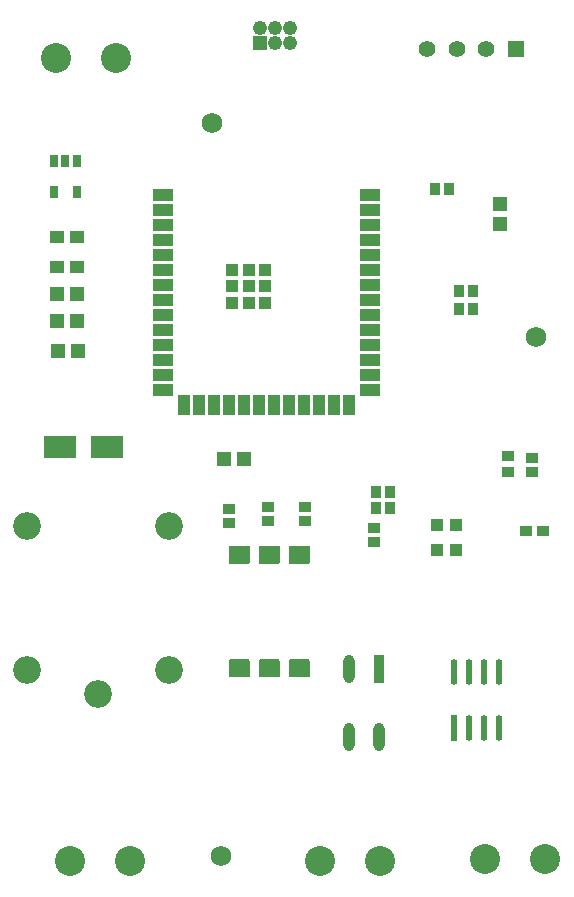
<source format=gts>
G04*
G04 #@! TF.GenerationSoftware,Altium Limited,Altium Designer,24.4.1 (13)*
G04*
G04 Layer_Color=8388736*
%FSLAX44Y44*%
%MOMM*%
G71*
G04*
G04 #@! TF.SameCoordinates,F71D25A8-AE48-4460-AF49-DCF2FFE79A6F*
G04*
G04*
G04 #@! TF.FilePolarity,Negative*
G04*
G01*
G75*
%ADD26R,1.0065X0.9582*%
G04:AMPARAMS|DCode=27|XSize=2.1741mm|YSize=0.5821mm|CornerRadius=0.2911mm|HoleSize=0mm|Usage=FLASHONLY|Rotation=90.000|XOffset=0mm|YOffset=0mm|HoleType=Round|Shape=RoundedRectangle|*
%AMROUNDEDRECTD27*
21,1,2.1741,0.0000,0,0,90.0*
21,1,1.5919,0.5821,0,0,90.0*
1,1,0.5821,0.0000,0.7960*
1,1,0.5821,0.0000,-0.7960*
1,1,0.5821,0.0000,-0.7960*
1,1,0.5821,0.0000,0.7960*
%
%ADD27ROUNDEDRECTD27*%
%ADD28R,0.5821X2.1741*%
G04:AMPARAMS|DCode=29|XSize=2.4033mm|YSize=0.9461mm|CornerRadius=0.473mm|HoleSize=0mm|Usage=FLASHONLY|Rotation=270.000|XOffset=0mm|YOffset=0mm|HoleType=Round|Shape=RoundedRectangle|*
%AMROUNDEDRECTD29*
21,1,2.4033,0.0000,0,0,270.0*
21,1,1.4572,0.9461,0,0,270.0*
1,1,0.9461,0.0000,-0.7286*
1,1,0.9461,0.0000,0.7286*
1,1,0.9461,0.0000,0.7286*
1,1,0.9461,0.0000,-0.7286*
%
%ADD29ROUNDEDRECTD29*%
%ADD30R,0.9461X2.4033*%
%ADD31C,1.3680*%
G04:AMPARAMS|DCode=33|XSize=1.1mm|YSize=0.6mm|CornerRadius=0.051mm|HoleSize=0mm|Usage=FLASHONLY|Rotation=270.000|XOffset=0mm|YOffset=0mm|HoleType=Round|Shape=RoundedRectangle|*
%AMROUNDEDRECTD33*
21,1,1.1000,0.4980,0,0,270.0*
21,1,0.9980,0.6000,0,0,270.0*
1,1,0.1020,-0.2490,-0.4990*
1,1,0.1020,-0.2490,0.4990*
1,1,0.1020,0.2490,0.4990*
1,1,0.1020,0.2490,-0.4990*
%
%ADD33ROUNDEDRECTD33*%
%ADD34R,1.2065X1.0582*%
%ADD35R,1.0532X0.9032*%
%ADD36R,1.3032X1.2032*%
%ADD37R,1.1032X1.1032*%
%ADD38R,1.7032X1.1032*%
%ADD39R,1.1032X1.7032*%
%ADD40R,1.0532X1.0532*%
%ADD41R,1.1032X0.9032*%
%ADD42R,0.9032X1.0532*%
%ADD43R,1.2032X1.3032*%
%ADD44R,2.7032X1.9032*%
%ADD45C,1.7272*%
%ADD46C,2.5400*%
%ADD47R,1.4000X1.4000*%
%ADD48C,1.4000*%
%ADD49C,1.2192*%
%ADD50R,1.2192X1.2192*%
%ADD51C,2.3400*%
G36*
X214826Y232669D02*
X215529Y231966D01*
X215910Y231047D01*
Y230550D01*
Y217850D01*
X198110D01*
Y230550D01*
Y231047D01*
X198491Y231966D01*
X199194Y232669D01*
X200113Y233050D01*
X213907D01*
X214826Y232669D01*
D02*
G37*
G36*
X240226D02*
X240929Y231966D01*
X241310Y231047D01*
Y230550D01*
Y217850D01*
X223510D01*
Y230550D01*
Y231047D01*
X223891Y231966D01*
X224594Y232669D01*
X225513Y233050D01*
X239307D01*
X240226Y232669D01*
D02*
G37*
G36*
X265626D02*
X266329Y231966D01*
X266710Y231047D01*
Y230550D01*
Y217850D01*
X248910D01*
Y230550D01*
Y231047D01*
X249291Y231966D01*
X249994Y232669D01*
X250913Y233050D01*
X264707D01*
X265626Y232669D01*
D02*
G37*
G36*
X215910Y315550D02*
Y315053D01*
X215529Y314134D01*
X214826Y313431D01*
X213907Y313050D01*
X200113D01*
X199194Y313431D01*
X198491Y314134D01*
X198110Y315053D01*
Y315550D01*
Y328250D01*
X215910D01*
Y315550D01*
D02*
G37*
G36*
X241310D02*
Y315053D01*
X240929Y314134D01*
X240226Y313431D01*
X239307Y313050D01*
X225513D01*
X224594Y313431D01*
X223891Y314134D01*
X223510Y315053D01*
Y315550D01*
Y328250D01*
X241310D01*
Y315550D01*
D02*
G37*
G36*
X266710D02*
Y315053D01*
X266329Y314134D01*
X265626Y313431D01*
X264707Y313050D01*
X250913D01*
X249994Y313431D01*
X249291Y314134D01*
X248910Y315053D01*
Y315550D01*
Y328250D01*
X266710D01*
Y315550D01*
D02*
G37*
D26*
X464458Y341630D02*
D03*
X449941D02*
D03*
D27*
X388620Y221781D02*
D03*
X401320D02*
D03*
X414020D02*
D03*
X426720D02*
D03*
Y174459D02*
D03*
X414020D02*
D03*
X401320D02*
D03*
D28*
X388620D02*
D03*
D29*
X325120Y167076D02*
D03*
X299720D02*
D03*
Y224084D02*
D03*
D30*
X325120D02*
D03*
D31*
X207010Y320650D02*
D03*
X232410D02*
D03*
X257810D02*
D03*
Y225450D02*
D03*
X232410D02*
D03*
X207010D02*
D03*
D33*
X69190Y628350D02*
D03*
X50190D02*
D03*
Y654350D02*
D03*
X59690D02*
D03*
X69190D02*
D03*
D34*
X52702Y590550D02*
D03*
X69219D02*
D03*
X52702Y565150D02*
D03*
X69219D02*
D03*
D35*
X262890Y349600D02*
D03*
Y361600D02*
D03*
X454660Y403510D02*
D03*
Y391510D02*
D03*
X321310Y343820D02*
D03*
Y331820D02*
D03*
X198120Y348330D02*
D03*
Y360330D02*
D03*
X231140Y349600D02*
D03*
Y361600D02*
D03*
D36*
X69460Y519430D02*
D03*
X52460D02*
D03*
X193820Y402590D02*
D03*
X210820D02*
D03*
X53730Y494030D02*
D03*
X70730D02*
D03*
X69460Y542290D02*
D03*
X52460D02*
D03*
D37*
X214870Y548710D02*
D03*
X200870D02*
D03*
X228870D02*
D03*
X200870Y534710D02*
D03*
X214870D02*
D03*
X228870D02*
D03*
X200870Y562710D02*
D03*
X214870D02*
D03*
X228870D02*
D03*
D38*
X142370Y625910D02*
D03*
Y613210D02*
D03*
Y600510D02*
D03*
Y587810D02*
D03*
Y575110D02*
D03*
Y562410D02*
D03*
Y549710D02*
D03*
Y537010D02*
D03*
Y524310D02*
D03*
Y511610D02*
D03*
Y498910D02*
D03*
Y486210D02*
D03*
Y473510D02*
D03*
Y460810D02*
D03*
X317370D02*
D03*
Y473510D02*
D03*
Y486210D02*
D03*
Y498910D02*
D03*
Y511610D02*
D03*
Y524310D02*
D03*
Y537010D02*
D03*
Y549710D02*
D03*
Y562410D02*
D03*
Y575110D02*
D03*
Y587810D02*
D03*
Y600510D02*
D03*
Y613210D02*
D03*
Y625910D02*
D03*
D39*
X160020Y448310D02*
D03*
X172720D02*
D03*
X185420D02*
D03*
X198120D02*
D03*
X210820D02*
D03*
X223520D02*
D03*
X236220D02*
D03*
X248920D02*
D03*
X261620D02*
D03*
X274320D02*
D03*
X287020D02*
D03*
X299720D02*
D03*
D40*
X374520Y325120D02*
D03*
X390020D02*
D03*
X374520Y346710D02*
D03*
X390020D02*
D03*
D41*
X434340Y391130D02*
D03*
Y405130D02*
D03*
D42*
X404780Y529590D02*
D03*
X392780D02*
D03*
X404780Y544830D02*
D03*
X392780D02*
D03*
X322930Y360680D02*
D03*
X334930D02*
D03*
X372460Y631190D02*
D03*
X384460D02*
D03*
X322930Y374650D02*
D03*
X334930D02*
D03*
D43*
X427301Y601300D02*
D03*
Y618300D02*
D03*
D44*
X94930Y412750D02*
D03*
X54930D02*
D03*
D45*
X184150Y687070D02*
D03*
X191770Y66040D02*
D03*
X458470Y505460D02*
D03*
D46*
X275590Y62230D02*
D03*
X326390D02*
D03*
X102870Y741680D02*
D03*
X52070D02*
D03*
X63500Y62230D02*
D03*
X114300D02*
D03*
X466090Y63500D02*
D03*
X415290D02*
D03*
D47*
X441160Y749300D02*
D03*
D48*
X416160D02*
D03*
X391160D02*
D03*
X366160D02*
D03*
D49*
X250095Y754475D02*
D03*
Y767175D02*
D03*
X237395D02*
D03*
X224695D02*
D03*
X237395Y754475D02*
D03*
D50*
X224695D02*
D03*
D51*
X147630Y345320D02*
D03*
X27630D02*
D03*
Y223320D02*
D03*
X147630D02*
D03*
X87630Y203320D02*
D03*
M02*

</source>
